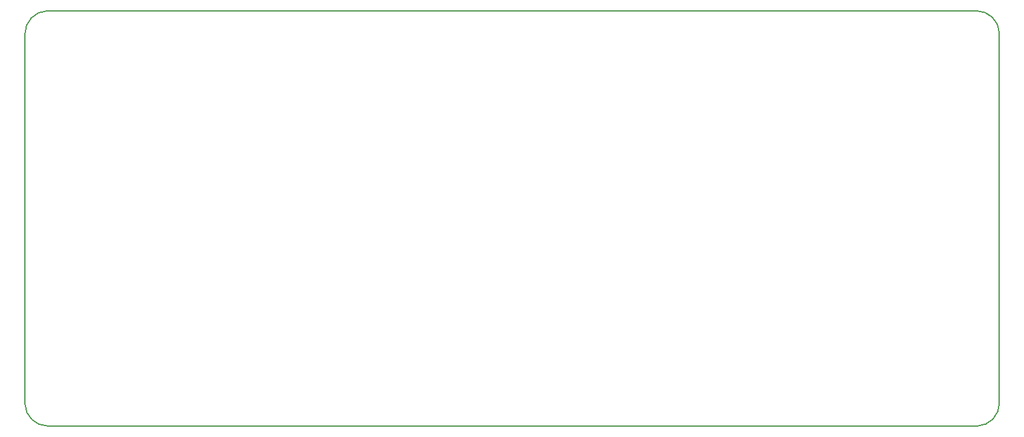
<source format=gbr>
G04 #@! TF.GenerationSoftware,KiCad,Pcbnew,5.0.0-fee4fd1~66~ubuntu16.04.1*
G04 #@! TF.CreationDate,2018-09-09T15:54:37-03:00*
G04 #@! TF.ProjectId,imxrt1020-board,696D787274313032302D626F6172642E,rev?*
G04 #@! TF.SameCoordinates,Original*
G04 #@! TF.FileFunction,Profile,NP*
%FSLAX46Y46*%
G04 Gerber Fmt 4.6, Leading zero omitted, Abs format (unit mm)*
G04 Created by KiCad (PCBNEW 5.0.0-fee4fd1~66~ubuntu16.04.1) date Sun Sep  9 15:54:37 2018*
%MOMM*%
%LPD*%
G01*
G04 APERTURE LIST*
%ADD10C,0.150000*%
G04 APERTURE END LIST*
D10*
X107857580Y-74283820D02*
G75*
G02X110959142Y-71083822I3201561J-1D01*
G01*
X111057580Y-129083820D02*
G75*
G02X107857582Y-125982258I1J3201561D01*
G01*
X243859141Y-125883822D02*
G75*
G02X240757579Y-129083820I-3201561J1D01*
G01*
X240657581Y-71082259D02*
G75*
G02X243857579Y-74183821I-1J-3201561D01*
G01*
X107857580Y-74283820D02*
X107857580Y-125983820D01*
X111057580Y-129083820D02*
X240757580Y-129083820D01*
X240657580Y-71083820D02*
X110957580Y-71083820D01*
X243857580Y-125883820D02*
X243857580Y-74183820D01*
M02*

</source>
